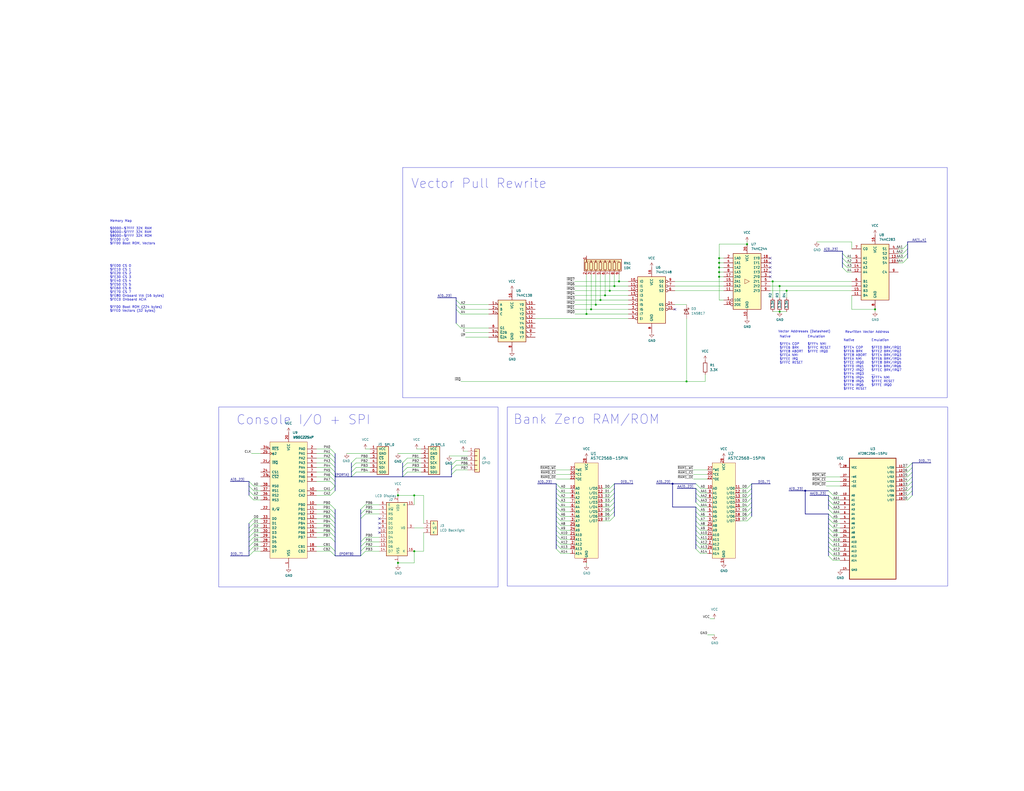
<source format=kicad_sch>
(kicad_sch (version 20231120) (generator "eeschema") (generator_version "8.0")
  (paper "C")
  (junction (at 226.06 270.51))
  (junction (at 421.64 153.67))
  (junction (at 392.43 143.51))
  (junction (at 217.17 270.51))
  (junction (at 325.12 166.37))
  (junction (at 367.03 264.16))
  (junction (at 425.45 170.18))
  (junction (at 407.67 133.35))
  (junction (at 439.42 267.97))
  (junction (at 226.06 300.99))
  (junction (at 330.2 161.29))
  (junction (at 337.82 153.67))
  (junction (at 217.17 307.34))
  (junction (at 322.58 168.91))
  (junction (at 374.65 208.28))
  (junction (at 429.26 158.75))
  (junction (at 320.04 171.45))
  (junction (at 335.28 156.21))
  (junction (at 425.45 156.21))
  (junction (at 392.43 148.59))
  (junction (at 392.43 146.05))
  (junction (at 392.43 151.13))
  (junction (at 392.43 140.97))
  (junction (at 327.66 163.83))
  (junction (at 477.52 168.91))
  (junction (at 332.74 158.75))
  (no_connect (at 420.37 140.97))
  (no_connect (at 420.37 143.51))
  (no_connect (at 420.37 151.13))
  (no_connect (at 207.01 285.75))
  (no_connect (at 420.37 146.05))
  (no_connect (at 207.01 290.83))
  (no_connect (at 207.01 288.29))
  (no_connect (at 207.01 283.21))
  (no_connect (at 420.37 148.59))
  (no_connect (at 368.3 168.91))
  (bus_entry (at 219.71 252.73) (size 2.54 -2.54))
  (bus_entry (at 182.88 285.75) (size -2.54 -2.54))
  (bus_entry (at 459.74 146.05) (size 2.54 2.54))
  (bus_entry (at 452.12 278.13) (size 2.54 2.54))
  (bus_entry (at 182.88 283.21) (size -2.54 -2.54))
  (bus_entry (at 303.53 281.94) (size 2.54 2.54))
  (bus_entry (at 379.73 294.64) (size 2.54 2.54))
  (bus_entry (at 303.53 274.32) (size 2.54 2.54))
  (bus_entry (at 135.89 293.37) (size 2.54 -2.54))
  (bus_entry (at 191.77 257.81) (size 2.54 -2.54))
  (bus_entry (at 497.84 267.97) (size -2.54 2.54))
  (bus_entry (at 379.73 276.86) (size 2.54 2.54))
  (bus_entry (at 495.3 140.97) (size -2.54 2.54))
  (bus_entry (at 303.53 287.02) (size 2.54 2.54))
  (bus_entry (at 379.73 289.56) (size 2.54 2.54))
  (bus_entry (at 135.89 288.29) (size 2.54 -2.54))
  (bus_entry (at 182.88 280.67) (size -2.54 -2.54))
  (bus_entry (at 182.88 255.27) (size -2.54 -2.54))
  (bus_entry (at 303.53 279.4) (size 2.54 2.54))
  (bus_entry (at 219.71 257.81) (size 2.54 -2.54))
  (bus_entry (at 379.73 287.02) (size 2.54 2.54))
  (bus_entry (at 303.53 297.18) (size 2.54 2.54))
  (bus_entry (at 410.21 271.78) (size -2.54 2.54))
  (bus_entry (at 196.85 283.21) (size 2.54 -2.54))
  (bus_entry (at 335.28 269.24) (size -2.54 2.54))
  (bus_entry (at 182.88 288.29) (size -2.54 -2.54))
  (bus_entry (at 410.21 269.24) (size -2.54 2.54))
  (bus_entry (at 182.88 300.99) (size -2.54 -2.54))
  (bus_entry (at 182.88 262.89) (size -2.54 -2.54))
  (bus_entry (at 135.89 295.91) (size 2.54 -2.54))
  (bus_entry (at 303.53 289.56) (size 2.54 2.54))
  (bus_entry (at 497.84 257.81) (size -2.54 2.54))
  (bus_entry (at 182.88 303.53) (size -2.54 -2.54))
  (bus_entry (at 135.89 303.53) (size 2.54 -2.54))
  (bus_entry (at 379.73 281.94) (size 2.54 2.54))
  (bus_entry (at 452.12 267.97) (size 2.54 2.54))
  (bus_entry (at 452.12 290.83) (size 2.54 2.54))
  (bus_entry (at 379.73 292.1) (size 2.54 2.54))
  (bus_entry (at 135.89 270.51) (size 2.54 2.54))
  (bus_entry (at 459.74 140.97) (size 2.54 2.54))
  (bus_entry (at 379.73 284.48) (size 2.54 2.54))
  (bus_entry (at 303.53 266.7) (size 2.54 2.54))
  (bus_entry (at 135.89 298.45) (size 2.54 -2.54))
  (bus_entry (at 497.84 270.51) (size -2.54 2.54))
  (bus_entry (at 303.53 292.1) (size 2.54 2.54))
  (bus_entry (at 335.28 279.4) (size -2.54 2.54))
  (bus_entry (at 196.85 298.45) (size 2.54 -2.54))
  (bus_entry (at 196.85 295.91) (size 2.54 -2.54))
  (bus_entry (at 497.84 262.89) (size -2.54 2.54))
  (bus_entry (at 182.88 290.83) (size -2.54 -2.54))
  (bus_entry (at 335.28 276.86) (size -2.54 2.54))
  (bus_entry (at 182.88 265.43) (size -2.54 2.54))
  (bus_entry (at 135.89 300.99) (size 2.54 -2.54))
  (bus_entry (at 379.73 264.16) (size 2.54 2.54))
  (bus_entry (at 135.89 265.43) (size 2.54 2.54))
  (bus_entry (at 459.74 143.51) (size 2.54 2.54))
  (bus_entry (at 379.73 269.24) (size 2.54 2.54))
  (bus_entry (at 219.71 255.27) (size 2.54 -2.54))
  (bus_entry (at 303.53 264.16) (size 2.54 2.54))
  (bus_entry (at 303.53 284.48) (size 2.54 2.54))
  (bus_entry (at 452.12 273.05) (size 2.54 2.54))
  (bus_entry (at 248.92 163.83) (size 2.54 2.54))
  (bus_entry (at 452.12 293.37) (size 2.54 2.54))
  (bus_entry (at 452.12 303.53) (size 2.54 2.54))
  (bus_entry (at 303.53 269.24) (size 2.54 2.54))
  (bus_entry (at 410.21 276.86) (size -2.54 2.54))
  (bus_entry (at 452.12 275.59) (size 2.54 2.54))
  (bus_entry (at 182.88 250.19) (size -2.54 -2.54))
  (bus_entry (at 303.53 299.72) (size 2.54 2.54))
  (bus_entry (at 182.88 293.37) (size -2.54 -2.54))
  (bus_entry (at 452.12 270.51) (size 2.54 2.54))
  (bus_entry (at 452.12 300.99) (size 2.54 2.54))
  (bus_entry (at 182.88 247.65) (size -2.54 -2.54))
  (bus_entry (at 303.53 271.78) (size 2.54 2.54))
  (bus_entry (at 335.28 264.16) (size -2.54 2.54))
  (bus_entry (at 452.12 298.45) (size 2.54 2.54))
  (bus_entry (at 135.89 267.97) (size 2.54 2.54))
  (bus_entry (at 182.88 260.35) (size -2.54 -2.54))
  (bus_entry (at 497.84 252.73) (size -2.54 2.54))
  (bus_entry (at 196.85 280.67) (size 2.54 -2.54))
  (bus_entry (at 248.92 176.53) (size 2.54 2.54))
  (bus_entry (at 410.21 266.7) (size -2.54 2.54))
  (bus_entry (at 335.28 266.7) (size -2.54 2.54))
  (bus_entry (at 495.3 138.43) (size -2.54 2.54))
  (bus_entry (at 379.73 274.32) (size 2.54 2.54))
  (bus_entry (at 182.88 295.91) (size -2.54 -2.54))
  (bus_entry (at 303.53 276.86) (size 2.54 2.54))
  (bus_entry (at 335.28 281.94) (size -2.54 2.54))
  (bus_entry (at 246.38 254) (size 2.54 -2.54))
  (bus_entry (at 246.38 259.08) (size 2.54 -2.54))
  (bus_entry (at 452.12 288.29) (size 2.54 2.54))
  (bus_entry (at 248.92 168.91) (size 2.54 2.54))
  (bus_entry (at 196.85 303.53) (size 2.54 -2.54))
  (bus_entry (at 182.88 267.97) (size -2.54 2.54))
  (bus_entry (at 495.3 135.89) (size -2.54 2.54))
  (bus_entry (at 379.73 271.78) (size 2.54 2.54))
  (bus_entry (at 182.88 278.13) (size -2.54 -2.54))
  (bus_entry (at 135.89 285.75) (size 2.54 -2.54))
  (bus_entry (at 335.28 271.78) (size -2.54 2.54))
  (bus_entry (at 410.21 281.94) (size -2.54 2.54))
  (bus_entry (at 497.84 265.43) (size -2.54 2.54))
  (bus_entry (at 459.74 138.43) (size 2.54 2.54))
  (bus_entry (at 191.77 260.35) (size 2.54 -2.54))
  (bus_entry (at 410.21 279.4) (size -2.54 2.54))
  (bus_entry (at 452.12 285.75) (size 2.54 2.54))
  (bus_entry (at 182.88 265.43) (size -2.54 -2.54))
  (bus_entry (at 246.38 256.54) (size 2.54 -2.54))
  (bus_entry (at 335.28 274.32) (size -2.54 2.54))
  (bus_entry (at 191.77 255.27) (size 2.54 -2.54))
  (bus_entry (at 196.85 300.99) (size 2.54 -2.54))
  (bus_entry (at 219.71 260.35) (size 2.54 -2.54))
  (bus_entry (at 379.73 279.4) (size 2.54 2.54))
  (bus_entry (at 452.12 295.91) (size 2.54 2.54))
  (bus_entry (at 191.77 252.73) (size 2.54 -2.54))
  (bus_entry (at 497.84 260.35) (size -2.54 2.54))
  (bus_entry (at 379.73 297.18) (size 2.54 2.54))
  (bus_entry (at 248.92 166.37) (size 2.54 2.54))
  (bus_entry (at 410.21 274.32) (size -2.54 2.54))
  (bus_entry (at 303.53 294.64) (size 2.54 2.54))
  (bus_entry (at 379.73 299.72) (size 2.54 2.54))
  (bus_entry (at 182.88 257.81) (size -2.54 -2.54))
  (bus_entry (at 379.73 266.7) (size 2.54 2.54))
  (bus_entry (at 495.3 133.35) (size -2.54 2.54))
  (bus_entry (at 452.12 280.67) (size 2.54 2.54))
  (bus_entry (at 135.89 262.89) (size 2.54 2.54))
  (bus_entry (at 135.89 290.83) (size 2.54 -2.54))
  (bus_entry (at 410.21 264.16) (size -2.54 2.54))
  (bus_entry (at 452.12 283.21) (size 2.54 2.54))
  (bus_entry (at 182.88 252.73) (size -2.54 -2.54))
  (bus_entry (at 497.84 255.27) (size -2.54 2.54))
  (bus_entry (at 196.85 278.13) (size 2.54 -2.54))
  (wire (pts (xy 313.69 158.75) (xy 332.74 158.75)))
  (bus (pts (xy 335.28 269.24) (xy 335.28 271.78)))
  (bus (pts (xy 182.88 300.99) (xy 182.88 295.91)))
  (bus (pts (xy 367.03 276.86) (xy 379.73 276.86)))
  (wire (pts (xy 207.01 300.99) (xy 199.39 300.99)))
  (wire (pts (xy 330.2 149.86) (xy 330.2 161.29)))
  (bus (pts (xy 219.71 255.27) (xy 219.71 252.73)))
  (wire (pts (xy 328.93 266.7) (xy 332.74 266.7)))
  (wire (pts (xy 194.31 252.73) (xy 201.93 252.73)))
  (bus (pts (xy 182.88 255.27) (xy 182.88 252.73)))
  (bus (pts (xy 182.88 260.35) (xy 191.77 260.35)))
  (wire (pts (xy 172.72 270.51) (xy 180.34 270.51)))
  (wire (pts (xy 425.45 156.21) (xy 464.82 156.21)))
  (wire (pts (xy 454.66 270.51) (xy 458.47 270.51)))
  (wire (pts (xy 306.07 299.72) (xy 311.15 299.72)))
  (bus (pts (xy 335.28 264.16) (xy 335.28 266.7)))
  (bus (pts (xy 452.12 300.99) (xy 452.12 303.53)))
  (wire (pts (xy 462.28 143.51) (xy 464.82 143.51)))
  (wire (pts (xy 199.39 293.37) (xy 207.01 293.37)))
  (wire (pts (xy 328.93 281.94) (xy 332.74 281.94)))
  (bus (pts (xy 182.88 260.35) (xy 182.88 257.81)))
  (wire (pts (xy 392.43 133.35) (xy 407.67 133.35)))
  (wire (pts (xy 138.43 293.37) (xy 142.24 293.37)))
  (wire (pts (xy 172.72 252.73) (xy 180.34 252.73)))
  (wire (pts (xy 328.93 284.48) (xy 332.74 284.48)))
  (wire (pts (xy 138.43 285.75) (xy 142.24 285.75)))
  (wire (pts (xy 492.76 138.43) (xy 490.22 138.43)))
  (wire (pts (xy 454.66 283.21) (xy 458.47 283.21)))
  (wire (pts (xy 382.27 284.48) (xy 386.08 284.48)))
  (bus (pts (xy 497.84 257.81) (xy 497.84 260.35)))
  (wire (pts (xy 429.26 158.75) (xy 429.26 162.56)))
  (wire (pts (xy 328.93 271.78) (xy 332.74 271.78)))
  (wire (pts (xy 454.66 275.59) (xy 458.47 275.59)))
  (wire (pts (xy 495.3 260.35) (xy 494.03 260.35)))
  (wire (pts (xy 226.06 300.99) (xy 226.06 307.34)))
  (bus (pts (xy 452.12 278.13) (xy 452.12 275.59)))
  (bus (pts (xy 303.53 297.18) (xy 303.53 299.72)))
  (wire (pts (xy 251.46 171.45) (xy 266.7 171.45)))
  (wire (pts (xy 425.45 170.18) (xy 429.26 170.18)))
  (wire (pts (xy 172.72 275.59) (xy 180.34 275.59)))
  (bus (pts (xy 430.53 267.97) (xy 439.42 267.97)))
  (wire (pts (xy 420.37 156.21) (xy 425.45 156.21)))
  (bus (pts (xy 182.88 285.75) (xy 182.88 283.21)))
  (bus (pts (xy 497.84 267.97) (xy 497.84 270.51)))
  (bus (pts (xy 497.84 262.89) (xy 497.84 265.43)))
  (wire (pts (xy 313.69 161.29) (xy 330.2 161.29)))
  (bus (pts (xy 135.89 300.99) (xy 135.89 298.45)))
  (wire (pts (xy 172.72 255.27) (xy 180.34 255.27)))
  (bus (pts (xy 182.88 295.91) (xy 182.88 293.37)))
  (wire (pts (xy 194.31 257.81) (xy 201.93 257.81)))
  (bus (pts (xy 379.73 281.94) (xy 379.73 279.4)))
  (bus (pts (xy 248.92 166.37) (xy 248.92 163.83)))
  (wire (pts (xy 248.92 251.46) (xy 255.27 251.46)))
  (bus (pts (xy 335.28 276.86) (xy 335.28 279.4)))
  (wire (pts (xy 254 181.61) (xy 266.7 181.61)))
  (wire (pts (xy 306.07 284.48) (xy 311.15 284.48)))
  (bus (pts (xy 196.85 283.21) (xy 196.85 295.91)))
  (wire (pts (xy 374.65 173.99) (xy 374.65 208.28)))
  (bus (pts (xy 182.88 283.21) (xy 182.88 280.67)))
  (wire (pts (xy 495.3 255.27) (xy 494.03 255.27)))
  (bus (pts (xy 135.89 295.91) (xy 135.89 293.37)))
  (wire (pts (xy 332.74 158.75) (xy 342.9 158.75)))
  (wire (pts (xy 138.43 270.51) (xy 142.24 270.51)))
  (bus (pts (xy 452.12 295.91) (xy 452.12 293.37)))
  (wire (pts (xy 374.65 208.28) (xy 384.81 208.28)))
  (bus (pts (xy 495.3 138.43) (xy 495.3 135.89)))
  (wire (pts (xy 138.43 288.29) (xy 142.24 288.29)))
  (wire (pts (xy 254 184.15) (xy 266.7 184.15)))
  (wire (pts (xy 477.52 170.18) (xy 477.52 168.91)))
  (bus (pts (xy 246.38 259.08) (xy 246.38 260.35)))
  (wire (pts (xy 313.69 171.45) (xy 320.04 171.45)))
  (bus (pts (xy 182.88 250.19) (xy 182.88 247.65)))
  (bus (pts (xy 303.53 294.64) (xy 303.53 292.1)))
  (wire (pts (xy 454.66 303.53) (xy 458.47 303.53)))
  (wire (pts (xy 231.14 288.29) (xy 226.06 288.29)))
  (wire (pts (xy 138.43 265.43) (xy 142.24 265.43)))
  (bus (pts (xy 219.71 260.35) (xy 219.71 257.81)))
  (wire (pts (xy 245.11 248.92) (xy 255.27 248.92)))
  (wire (pts (xy 207.01 275.59) (xy 199.39 275.59)))
  (bus (pts (xy 379.73 297.18) (xy 379.73 294.64)))
  (wire (pts (xy 421.64 153.67) (xy 421.64 162.56)))
  (wire (pts (xy 421.64 153.67) (xy 464.82 153.67)))
  (wire (pts (xy 222.25 255.27) (xy 229.87 255.27)))
  (bus (pts (xy 379.73 297.18) (xy 379.73 299.72)))
  (bus (pts (xy 439.42 267.97) (xy 452.12 267.97)))
  (bus (pts (xy 182.88 267.97) (xy 182.88 265.43)))
  (bus (pts (xy 248.92 168.91) (xy 248.92 166.37)))
  (wire (pts (xy 231.14 285.75) (xy 231.14 270.51)))
  (bus (pts (xy 191.77 260.35) (xy 191.77 257.81)))
  (wire (pts (xy 332.74 149.86) (xy 332.74 158.75)))
  (wire (pts (xy 337.82 149.86) (xy 337.82 153.67)))
  (wire (pts (xy 368.3 156.21) (xy 394.97 156.21)))
  (bus (pts (xy 135.89 293.37) (xy 135.89 290.83)))
  (wire (pts (xy 172.72 300.99) (xy 180.34 300.99)))
  (wire (pts (xy 306.07 276.86) (xy 311.15 276.86)))
  (bus (pts (xy 335.28 279.4) (xy 335.28 281.94)))
  (wire (pts (xy 454.66 280.67) (xy 458.47 280.67)))
  (wire (pts (xy 382.27 292.1) (xy 386.08 292.1)))
  (wire (pts (xy 172.72 260.35) (xy 180.34 260.35)))
  (wire (pts (xy 306.07 266.7) (xy 311.15 266.7)))
  (wire (pts (xy 462.28 146.05) (xy 464.82 146.05)))
  (wire (pts (xy 313.69 153.67) (xy 337.82 153.67)))
  (wire (pts (xy 337.82 153.67) (xy 342.9 153.67)))
  (bus (pts (xy 410.21 264.16) (xy 410.21 266.7)))
  (wire (pts (xy 495.3 257.81) (xy 494.03 257.81)))
  (wire (pts (xy 327.66 149.86) (xy 327.66 163.83)))
  (bus (pts (xy 303.53 287.02) (xy 303.53 284.48)))
  (wire (pts (xy 392.43 146.05) (xy 392.43 143.51)))
  (wire (pts (xy 368.3 158.75) (xy 394.97 158.75)))
  (bus (pts (xy 303.53 276.86) (xy 303.53 274.32)))
  (wire (pts (xy 368.3 166.37) (xy 374.65 166.37)))
  (bus (pts (xy 420.37 264.16) (xy 410.21 264.16)))
  (wire (pts (xy 378.46 259.08) (xy 386.08 259.08)))
  (wire (pts (xy 495.3 270.51) (xy 494.03 270.51)))
  (wire (pts (xy 392.43 148.59) (xy 392.43 151.13)))
  (wire (pts (xy 454.66 273.05) (xy 458.47 273.05)))
  (bus (pts (xy 303.53 274.32) (xy 303.53 271.78)))
  (wire (pts (xy 392.43 140.97) (xy 392.43 133.35)))
  (wire (pts (xy 189.23 247.65) (xy 201.93 247.65)))
  (bus (pts (xy 182.88 290.83) (xy 182.88 288.29)))
  (wire (pts (xy 172.72 267.97) (xy 180.34 267.97)))
  (wire (pts (xy 392.43 143.51) (xy 394.97 143.51)))
  (wire (pts (xy 454.66 293.37) (xy 458.47 293.37)))
  (wire (pts (xy 403.86 271.78) (xy 407.67 271.78)))
  (wire (pts (xy 392.43 151.13) (xy 392.43 163.83)))
  (wire (pts (xy 495.3 262.89) (xy 494.03 262.89)))
  (bus (pts (xy 135.89 298.45) (xy 135.89 295.91)))
  (wire (pts (xy 454.66 300.99) (xy 458.47 300.99)))
  (wire (pts (xy 445.77 132.08) (xy 464.82 132.08)))
  (bus (pts (xy 335.28 271.78) (xy 335.28 274.32)))
  (wire (pts (xy 328.93 276.86) (xy 332.74 276.86)))
  (wire (pts (xy 137.16 247.65) (xy 142.24 247.65)))
  (wire (pts (xy 328.93 269.24) (xy 332.74 269.24)))
  (wire (pts (xy 180.34 283.21) (xy 172.72 283.21)))
  (bus (pts (xy 441.96 270.51) (xy 452.12 270.51)))
  (wire (pts (xy 464.82 132.08) (xy 464.82 135.89)))
  (wire (pts (xy 172.72 293.37) (xy 180.34 293.37)))
  (wire (pts (xy 199.39 245.11) (xy 201.93 245.11)))
  (wire (pts (xy 313.69 166.37) (xy 325.12 166.37)))
  (bus (pts (xy 219.71 257.81) (xy 219.71 255.27)))
  (bus (pts (xy 459.74 137.16) (xy 459.74 138.43)))
  (wire (pts (xy 138.43 295.91) (xy 142.24 295.91)))
  (wire (pts (xy 320.04 171.45) (xy 342.9 171.45)))
  (wire (pts (xy 425.45 156.21) (xy 425.45 162.56)))
  (wire (pts (xy 392.43 143.51) (xy 392.43 140.97)))
  (wire (pts (xy 335.28 149.86) (xy 335.28 156.21)))
  (bus (pts (xy 135.89 288.29) (xy 135.89 285.75)))
  (bus (pts (xy 303.53 292.1) (xy 303.53 289.56)))
  (bus (pts (xy 497.84 252.73) (xy 497.84 255.27)))
  (wire (pts (xy 306.07 287.02) (xy 311.15 287.02)))
  (wire (pts (xy 306.07 279.4) (xy 311.15 279.4)))
  (bus (pts (xy 303.53 269.24) (xy 303.53 266.7)))
  (wire (pts (xy 382.27 271.78) (xy 386.08 271.78)))
  (wire (pts (xy 222.25 257.81) (xy 229.87 257.81)))
  (wire (pts (xy 313.69 168.91) (xy 322.58 168.91)))
  (wire (pts (xy 172.72 262.89) (xy 180.34 262.89)))
  (wire (pts (xy 386.08 346.71) (xy 389.89 346.71)))
  (bus (pts (xy 182.88 300.99) (xy 182.88 303.53)))
  (bus (pts (xy 495.3 140.97) (xy 495.3 138.43)))
  (bus (pts (xy 182.88 280.67) (xy 182.88 278.13)))
  (bus (pts (xy 452.12 290.83) (xy 452.12 288.29)))
  (bus (pts (xy 439.42 280.67) (xy 452.12 280.67)))
  (bus (pts (xy 497.84 265.43) (xy 497.84 267.97)))
  (bus (pts (xy 410.21 276.86) (xy 410.21 279.4)))
  (wire (pts (xy 226.06 307.34) (xy 217.17 307.34)))
  (wire (pts (xy 492.76 140.97) (xy 490.22 140.97)))
  (wire (pts (xy 454.66 298.45) (xy 458.47 298.45)))
  (wire (pts (xy 403.86 274.32) (xy 407.67 274.32)))
  (wire (pts (xy 172.72 250.19) (xy 180.34 250.19)))
  (bus (pts (xy 495.3 132.08) (xy 495.3 133.35)))
  (bus (pts (xy 303.53 271.78) (xy 303.53 269.24)))
  (wire (pts (xy 420.37 158.75) (xy 429.26 158.75)))
  (wire (pts (xy 251.46 168.91) (xy 266.7 168.91)))
  (bus (pts (xy 135.89 265.43) (xy 135.89 262.89)))
  (bus (pts (xy 495.3 133.35) (xy 495.3 135.89)))
  (wire (pts (xy 450.85 260.35) (xy 458.47 260.35)))
  (wire (pts (xy 462.28 148.59) (xy 464.82 148.59)))
  (wire (pts (xy 392.43 151.13) (xy 394.97 151.13)))
  (wire (pts (xy 306.07 271.78) (xy 311.15 271.78)))
  (wire (pts (xy 392.43 148.59) (xy 392.43 146.05)))
  (bus (pts (xy 459.74 138.43) (xy 459.74 140.97)))
  (wire (pts (xy 217.17 270.51) (xy 226.06 270.51)))
  (wire (pts (xy 325.12 149.86) (xy 325.12 166.37)))
  (wire (pts (xy 252.73 246.38) (xy 255.27 246.38)))
  (bus (pts (xy 452.12 288.29) (xy 452.12 285.75)))
  (bus (pts (xy 449.58 137.16) (xy 459.74 137.16)))
  (bus (pts (xy 497.84 255.27) (xy 497.84 257.81)))
  (bus (pts (xy 246.38 256.54) (xy 246.38 259.08)))
  (bus (pts (xy 379.73 289.56) (xy 379.73 287.02)))
  (bus (pts (xy 196.85 280.67) (xy 196.85 278.13)))
  (bus (pts (xy 410.21 271.78) (xy 410.21 274.32)))
  (wire (pts (xy 320.04 149.86) (xy 320.04 171.45)))
  (bus (pts (xy 191.77 255.27) (xy 191.77 252.73)))
  (wire (pts (xy 330.2 161.29) (xy 342.9 161.29)))
  (bus (pts (xy 135.89 303.53) (xy 135.89 300.99)))
  (wire (pts (xy 248.92 256.54) (xy 255.27 256.54)))
  (wire (pts (xy 306.07 269.24) (xy 311.15 269.24)))
  (bus (pts (xy 379.73 292.1) (xy 379.73 289.56)))
  (wire (pts (xy 138.43 267.97) (xy 142.24 267.97)))
  (bus (pts (xy 303.53 289.56) (xy 303.53 287.02)))
  (wire (pts (xy 378.46 261.62) (xy 386.08 261.62)))
  (wire (pts (xy 378.46 256.54) (xy 386.08 256.54)))
  (wire (pts (xy 387.35 337.82) (xy 389.89 337.82)))
  (bus (pts (xy 379.73 274.32) (xy 379.73 271.78)))
  (wire (pts (xy 303.53 259.08) (xy 311.15 259.08)))
  (bus (pts (xy 246.38 254) (xy 246.38 256.54)))
  (bus (pts (xy 410.21 266.7) (xy 410.21 269.24)))
  (wire (pts (xy 138.43 283.21) (xy 142.24 283.21)))
  (wire (pts (xy 217.17 308.61) (xy 217.17 307.34)))
  (bus (pts (xy 182.88 252.73) (xy 182.88 250.19)))
  (bus (pts (xy 335.28 266.7) (xy 335.28 269.24)))
  (wire (pts (xy 306.07 297.18) (xy 311.15 297.18)))
  (wire (pts (xy 392.43 148.59) (xy 394.97 148.59)))
  (wire (pts (xy 227.33 245.11) (xy 229.87 245.11)))
  (bus (pts (xy 410.21 269.24) (xy 410.21 271.78)))
  (wire (pts (xy 325.12 166.37) (xy 342.9 166.37)))
  (wire (pts (xy 194.31 250.19) (xy 201.93 250.19)))
  (wire (pts (xy 231.14 290.83) (xy 231.14 300.99)))
  (bus (pts (xy 497.84 260.35) (xy 497.84 262.89)))
  (wire (pts (xy 217.17 247.65) (xy 229.87 247.65)))
  (wire (pts (xy 306.07 289.56) (xy 311.15 289.56)))
  (wire (pts (xy 450.85 265.43) (xy 458.47 265.43)))
  (bus (pts (xy 196.85 300.99) (xy 196.85 303.53)))
  (wire (pts (xy 306.07 281.94) (xy 311.15 281.94)))
  (wire (pts (xy 403.86 281.94) (xy 407.67 281.94)))
  (wire (pts (xy 464.82 168.91) (xy 464.82 161.29)))
  (wire (pts (xy 392.43 146.05) (xy 394.97 146.05)))
  (bus (pts (xy 379.73 269.24) (xy 379.73 266.7)))
  (bus (pts (xy 135.89 270.51) (xy 135.89 267.97)))
  (bus (pts (xy 452.12 273.05) (xy 452.12 270.51)))
  (bus (pts (xy 248.92 168.91) (xy 248.92 176.53)))
  (wire (pts (xy 320.04 308.61) (xy 320.04 307.34)))
  (bus (pts (xy 410.21 279.4) (xy 410.21 281.94)))
  (wire (pts (xy 306.07 274.32) (xy 311.15 274.32)))
  (wire (pts (xy 222.25 252.73) (xy 229.87 252.73)))
  (wire (pts (xy 207.01 278.13) (xy 199.39 278.13)))
  (wire (pts (xy 313.69 156.21) (xy 335.28 156.21)))
  (wire (pts (xy 429.26 158.75) (xy 464.82 158.75)))
  (wire (pts (xy 421.64 170.18) (xy 425.45 170.18)))
  (bus (pts (xy 452.12 298.45) (xy 452.12 295.91)))
  (wire (pts (xy 172.72 298.45) (xy 180.34 298.45)))
  (wire (pts (xy 303.53 261.62) (xy 311.15 261.62)))
  (wire (pts (xy 180.34 278.13) (xy 172.72 278.13)))
  (bus (pts (xy 508 252.73) (xy 497.84 252.73)))
  (wire (pts (xy 454.66 278.13) (xy 458.47 278.13)))
  (wire (pts (xy 226.06 275.59) (xy 226.06 270.51)))
  (wire (pts (xy 368.3 153.67) (xy 394.97 153.67)))
  (bus (pts (xy 505.46 132.08) (xy 495.3 132.08)))
  (wire (pts (xy 392.43 140.97) (xy 394.97 140.97)))
  (wire (pts (xy 194.31 255.27) (xy 201.93 255.27)))
  (wire (pts (xy 172.72 285.75) (xy 180.34 285.75)))
  (wire (pts (xy 454.66 288.29) (xy 458.47 288.29)))
  (wire (pts (xy 226.06 270.51) (xy 231.14 270.51)))
  (wire (pts (xy 306.07 302.26) (xy 311.15 302.26)))
  (wire (pts (xy 382.27 297.18) (xy 386.08 297.18)))
  (wire (pts (xy 251.46 179.07) (xy 266.7 179.07)))
  (wire (pts (xy 172.72 280.67) (xy 180.34 280.67)))
  (wire (pts (xy 382.27 299.72) (xy 386.08 299.72)))
  (wire (pts (xy 403.86 284.48) (xy 407.67 284.48)))
  (bus (pts (xy 379.73 279.4) (xy 379.73 276.86)))
  (wire (pts (xy 454.66 285.75) (xy 458.47 285.75)))
  (wire (pts (xy 382.27 279.4) (xy 386.08 279.4)))
  (wire (pts (xy 382.27 289.56) (xy 386.08 289.56)))
  (bus (pts (xy 191.77 257.81) (xy 191.77 255.27)))
  (wire (pts (xy 420.37 153.67) (xy 421.64 153.67)))
  (wire (pts (xy 251.46 208.28) (xy 374.65 208.28)))
  (wire (pts (xy 251.46 166.37) (xy 266.7 166.37)))
  (wire (pts (xy 172.72 245.11) (xy 180.34 245.11)))
  (bus (pts (xy 135.89 267.97) (xy 135.89 265.43)))
  (wire (pts (xy 172.72 288.29) (xy 180.34 288.29)))
  (wire (pts (xy 382.27 266.7) (xy 386.08 266.7)))
  (wire (pts (xy 403.86 269.24) (xy 407.67 269.24)))
  (bus (pts (xy 358.14 264.16) (xy 367.03 264.16)))
  (bus (pts (xy 125.73 303.53) (xy 135.89 303.53)))
  (wire (pts (xy 172.72 290.83) (xy 180.34 290.83)))
  (wire (pts (xy 248.92 254) (xy 255.27 254)))
  (wire (pts (xy 138.43 300.99) (xy 142.24 300.99)))
  (wire (pts (xy 462.28 140.97) (xy 464.82 140.97)))
  (bus (pts (xy 452.12 275.59) (xy 452.12 273.05)))
  (wire (pts (xy 454.66 295.91) (xy 458.47 295.91)))
  (bus (pts (xy 135.89 290.83) (xy 135.89 288.29)))
  (bus (pts (xy 303.53 279.4) (xy 303.53 276.86)))
  (bus (pts (xy 303.53 266.7) (xy 303.53 264.16)))
  (wire (pts (xy 495.3 273.05) (xy 494.03 273.05)))
  (wire (pts (xy 199.39 298.45) (xy 207.01 298.45)))
  (bus (pts (xy 303.53 297.18) (xy 303.53 294.64)))
  (wire (pts (xy 403.86 266.7) (xy 407.67 266.7)))
  (bus (pts (xy 182.88 255.27) (xy 182.88 257.81)))
  (wire (pts (xy 403.86 279.4) (xy 407.67 279.4)))
  (wire (pts (xy 495.3 265.43) (xy 494.03 265.43)))
  (wire (pts (xy 231.14 300.99) (xy 226.06 300.99)))
  (bus (pts (xy 196.85 298.45) (xy 196.85 300.99)))
  (wire (pts (xy 138.43 273.05) (xy 142.24 273.05)))
  (bus (pts (xy 182.88 265.43) (xy 182.88 262.89)))
  (wire (pts (xy 207.01 280.67) (xy 199.39 280.67)))
  (bus (pts (xy 191.77 260.35) (xy 219.71 260.35)))
  (wire (pts (xy 328.93 274.32) (xy 332.74 274.32)))
  (wire (pts (xy 382.27 287.02) (xy 386.08 287.02)))
  (wire (pts (xy 407.67 132.08) (xy 407.67 133.35)))
  (wire (pts (xy 292.1 173.99) (xy 342.9 173.99)))
  (wire (pts (xy 322.58 168.91) (xy 342.9 168.91)))
  (wire (pts (xy 172.72 257.81) (xy 180.34 257.81)))
  (bus (pts (xy 379.73 271.78) (xy 379.73 269.24)))
  (wire (pts (xy 492.76 143.51) (xy 490.22 143.51)))
  (bus (pts (xy 379.73 287.02) (xy 379.73 284.48)))
  (bus (pts (xy 452.12 283.21) (xy 452.12 280.67)))
  (wire (pts (xy 382.27 302.26) (xy 386.08 302.26)))
  (bus (pts (xy 379.73 294.64) (xy 379.73 292.1)))
  (wire (pts (xy 172.72 247.65) (xy 180.34 247.65)))
  (wire (pts (xy 495.3 267.97) (xy 494.03 267.97)))
  (bus (pts (xy 379.73 284.48) (xy 379.73 281.94)))
  (bus (pts (xy 367.03 264.16) (xy 379.73 264.16)))
  (wire (pts (xy 382.27 294.64) (xy 386.08 294.64)))
  (bus (pts (xy 335.28 274.32) (xy 335.28 276.86)))
  (wire (pts (xy 382.27 274.32) (xy 386.08 274.32)))
  (wire (pts (xy 492.76 135.89) (xy 490.22 135.89)))
  (wire (pts (xy 335.28 156.21) (xy 342.9 156.21)))
  (wire (pts (xy 384.81 204.47) (xy 384.81 208.28)))
  (bus (pts (xy 367.03 264.16) (xy 367.03 276.86)))
  (bus (pts (xy 219.71 260.35) (xy 246.38 260.35)))
  (wire (pts (xy 217.17 269.24) (xy 217.17 270.51)))
  (wire (pts (xy 138.43 298.45) (xy 142.24 298.45)))
  (bus (pts (xy 293.37 264.16) (xy 303.53 264.16)))
  (bus (pts (xy 182.88 293.37) (xy 182.88 290.83)))
  (wire (pts (xy 477.52 168.91) (xy 464.82 168.91)))
  (wire (pts (xy 207.01 295.91) (xy 199.39 295.91)))
  (bus (pts (xy 452.12 300.99) (xy 452.12 298.45)))
  (bus (pts (xy 459.74 143.51) (xy 459.74 140.97)))
  (wire (pts (xy 382.27 269.24) (xy 386.08 269.24)))
  (bus (pts (xy 459.74 146.05) (xy 459.74 143.51)))
  (bus (pts (xy 410.21 274.32) (xy 410.21 276.86)))
  (wire (pts (xy 327.66 163.83) (xy 342.9 163.83)))
  (wire (pts (xy 222.25 250.19) (xy 229.87 250.19)))
  (bus (pts (xy 303.53 284.48) (xy 303.53 281.94)))
  (wire (pts (xy 138.43 290.83) (xy 142.24 290.83)))
  (wire (pts (xy 454.66 290.83) (xy 458.47 290.83)))
  (bus (pts (xy 452.12 293.37) (xy 452.12 290.83)))
  (bus (pts (xy 182.88 288.29) (xy 182.88 285.75)))
  (bus (pts (xy 248.92 162.56) (xy 248.92 163.83)))
  (wire (pts (xy 313.69 163.83) (xy 327.66 163.83)))
  (wire (pts (xy 322.58 149.86) (xy 322.58 168.91)))
  (bus (pts (xy 182.88 303.53) (xy 196.85 303.53)))
  (bus (pts (xy 345.44 264.16) (xy 335.28 264.16)))
  (wire (pts (xy 382.27 276.86) (xy 386.08 276.86)))
  (bus (pts (xy 369.57 266.7) (xy 379.73 266.7)))
  (bus (pts (xy 196.85 280.67) (xy 196.85 283.21)))
  (wire (pts (xy 306.07 292.1) (xy 311.15 292.1)))
  (wire (pts (xy 382.27 281.94) (xy 386.08 281.94)))
  (bus (pts (xy 238.76 162.56) (xy 248.92 162.56)))
  (wire (pts (xy 403.86 276.86) (xy 407.67 276.86)))
  (bus (pts (xy 125.73 262.89) (xy 135.89 262.89)))
  (bus (pts (xy 196.85 295.91) (xy 196.85 298.45)))
  (wire (pts (xy 450.85 262.89) (xy 458.47 262.89)))
  (wire (pts (xy 394.97 163.83) (xy 392.43 163.83)))
  (wire (pts (xy 328.93 279.4) (xy 332.74 279.4)))
  (bus (pts (xy 303.53 281.94) (xy 303.53 279.4)))
  (wire (pts (xy 306.07 294.64) (xy 311.15 294.64)))
  (wire (pts (xy 303.53 256.54) (xy 311.15 256.54)))
  (wire (pts (xy 454.66 306.07) (xy 458.47 306.07)))
  (bus (pts (xy 439.42 267.97) (xy 439.42 280.67)))
  (bus (pts (xy 452.12 285.75) (xy 452.12 283.21)))
  (bus (pts (xy 182.88 262.89) (xy 182.88 260.35)))
  (rectangle (start 119.38 222.25) (end 271.78 320.548))
  (rectangle (start 276.86 222.25) (end 517.144 320.04))
  (rectangle (start 219.71 91.44) (end 516.89 217.17))
  (text "Emulation\n\n$FFF4 NMI\n$FFFC RESET\n$FFFE IRQ0\n" (at 440.69 187.96 0) (effects (font (size 1.27 1.27)) (justify left)))
  (text "Emulation\n\n$FFE0 BRK/IRQ1\n$FFE2 BRK/IRQ2\n$FFE4 BRK/IRQ3\n$FFE6 BRK/IRQ4\n$FFE8 BRK/IRQ5\n$FFEA BRK/IRQ6\n$FFEC BRK/IRQ7\n...\n$FFF4 NMI\n$FFFC RESET\n$FFFE IRQ0\n" (at 475.488 198.12 0) (effects (font (size 1.27 1.27)) (justify left)))
  (text "Vector Pull Rewrite" (at 261.366 100.33 0) (effects (font (size 5.08 5.08))))
  (text "Rewritten Vector Address" (at 473.202 181.356 0) (effects (font (size 1.27 1.27))))
  (text "Native\n\n$FFE4 COP\n$FFE6 BRK\n$FFE8 ABORT\n$FFEA NMI\n$FFEE IRQ0\n$FFF0 IRQ1\n$FFF2 IRQ2\n$FFF4 IRQ3\n$FFF6 IRQ4\n$FFF8 IRQ5\n$FFFA IRQ6\n$FFFC RESET" (at 460.248 199.136 0) (effects (font (size 1.27 1.27)) (justify left)))
  (text "Console I/O + SPI" (at 165.608 229.362 0) (effects (font (size 5.08 5.08))))
  (text "Bank Zero RAM/ROM" (at 320.04 229.108 0) (effects (font (size 5.08 5.08))))
  (text "Native\n\n$FFE4 COP\n$FFE6 BRK\n$FFE8 ABORT\n$FFEA NMI\n$FFEE IRQ\n$FFFC RESET" (at 425.45 191.008 0) (effects (font (size 1.27 1.27)) (justify left)))
  (text "Vector Addresses (Datasheet)" (at 438.912 181.102 0) (effects (font (size 1.27 1.27))))
  (text "Memory Map\n\n$0000-$7FFF 32K RAM\n$8000-$FFFF 32K RAM\n$8000-$FFFF 32K ROM\n$FE00 I/O\n$FF00 Boot ROM, Vectors\n\n\n\n\n\n$FE00 CS 0\n$FE10 CS 1\n$FE20 CS 2\n$FE30 CS 3\n$FE40 CS 4\n$FE50 CS 5\n$FE60 CS 6\n$FE70 CS 7\n$FE80 Onboard VIA (16 bytes)\n$FEC0 Onboard ACIA\n\n$FF00 Boot ROM (224 bytes)\n$FFE0 Vectors (32 bytes)" (at 59.944 145.288 0) (effects (font (size 1.27 1.27)) (justify left)))
  (label "PA4" (at 180.34 255.27 180))
  (label "PB3" (at 224.79 255.27 0))
  (label "D3" (at 407.67 274.32 180))
  (label "~{RAM0_CE}" (at 303.53 259.08 180))
  (label "A12" (at 454.66 300.99 0))
  (label "~{RAM1_OE}" (at 378.46 261.62 180))
  (label "~{RAM0_WE}" (at 303.53 256.54 180))
  (label "D3" (at 495.3 265.43 180))
  (label "A4" (at 251.46 171.45 0))
  (label "PB1" (at 224.79 250.19 0))
  (label "A10" (at 454.66 295.91 0))
  (label "AA4" (at 454.66 280.67 0))
  (label "A9" (at 454.66 293.37 0))
  (label "PB5" (at 199.39 278.13 0))
  (label "CA2" (at 180.34 270.51 180))
  (label "PB6" (at 251.46 254 0))
  (label "~{IRQ2}" (at 313.69 166.37 180))
  (label "A1" (at 251.46 179.07 0))
  (label "AA2" (at 492.76 138.43 180))
  (label "CLK" (at 137.16 247.65 180))
  (label "PB4" (at 196.85 257.81 0))
  (label "A[0..23]" (at 125.73 262.89 0))
  (label "A1" (at 138.43 267.97 0))
  (label "D5" (at 332.74 279.4 180))
  (label "GND" (at 386.08 346.71 180))
  (label "PB0" (at 180.34 275.59 180))
  (label "A1" (at 306.07 269.24 0))
  (label "PB1" (at 180.34 278.13 180))
  (label "~{ROM_WE}" (at 450.85 260.35 180))
  (label "PB4" (at 224.79 257.81 0))
  (label "D[0..7]" (at 125.73 303.53 0))
  (label "~{ROM_OE}" (at 450.85 265.43 180))
  (label "A[0..23]" (at 430.53 267.97 0))
  (label "AA4" (at 382.27 276.86 0))
  (label "AA1" (at 382.27 269.24 0))
  (label "A13" (at 382.27 299.72 0))
  (label "PB4" (at 199.39 280.67 0))
  (label "A11" (at 454.66 298.45 0))
  (label "AA[0..23]" (at 441.96 270.51 0))
  (label "A6" (at 382.27 281.94 0))
  (label "A5" (at 306.07 279.4 0))
  (label "A[0..23]" (at 358.14 264.16 0))
  (label "PB6" (at 180.34 290.83 180))
  (label "PA7" (at 180.34 262.89 180))
  (label "D2" (at 407.67 271.78 180))
  (label "A6" (at 454.66 285.75 0))
  (label "A9" (at 382.27 289.56 0))
  (label "A13" (at 306.07 299.72 0))
  (label "D2" (at 332.74 271.78 180))
  (label "D5" (at 495.3 260.35 180))
  (label "A11" (at 382.27 294.64 0))
  (label "PB4" (at 180.34 285.75 180))
  (label "A0" (at 138.43 265.43 0))
  (label "A2" (at 462.28 143.51 0))
  (label "D6" (at 332.74 281.94 180))
  (label "A10" (at 382.27 292.1 0))
  (label "~{RAM0_OE}" (at 303.53 261.62 180))
  (label "AA2" (at 454.66 275.59 0))
  (label "PB2" (at 199.39 298.45 0))
  (label "D0" (at 332.74 266.7 180))
  (label "A[0..23]" (at 238.76 162.56 0))
  (label "D7" (at 138.43 300.99 0))
  (label "PB7" (at 251.46 256.54 0))
  (label "D3" (at 138.43 290.83 0))
  (label "A12" (at 306.07 297.18 0))
  (label "A3" (at 138.43 273.05 0))
  (label "PA2" (at 180.34 250.19 180))
  (label "D2" (at 495.3 267.97 180))
  (label "A11" (at 306.07 294.64 0))
  (label "PB3" (at 196.85 255.27 0))
  (label "D7" (at 495.3 255.27 180))
  (label "D1" (at 407.67 269.24 180))
  (label "A9" (at 306.07 289.56 0))
  (label "~{IRQ5}" (at 313.69 158.75 180))
  (label "PB0" (at 196.85 250.19 0))
  (label "AA3" (at 492.76 140.97 180))
  (label "~{RAM1_WE}" (at 378.46 256.54 180))
  (label "~{ROM_CE}" (at 450.85 262.89 180))
  (label "PA1" (at 180.34 247.65 180))
  (label "A3" (at 462.28 146.05 0))
  (label "AA1" (at 454.66 273.05 0))
  (label "D4" (at 332.74 276.86 180))
  (label "PB7" (at 180.34 293.37 180))
  (label "D5" (at 407.67 279.4 180))
  (label "AA3" (at 454.66 278.13 0))
  (label "D4" (at 138.43 293.37 0))
  (label "PB6" (at 199.39 275.59 0))
  (label "A8" (at 382.27 287.02 0))
  (label "A12" (at 382.27 297.18 0))
  (label "D0" (at 138.43 283.21 0))
  (label "A[0..23]" (at 293.37 264.16 0))
  (label "E" (at 254 181.61 180))
  (label "~{IRQ6}" (at 313.69 156.21 180))
  (label "D6" (at 495.3 257.81 180))
  (label "A5" (at 382.27 279.4 0))
  (label "PB2" (at 224.79 252.73 0))
  (label "A3" (at 251.46 168.91 0))
  (label "A0" (at 382.27 266.7 0))
  (label "D6" (at 138.43 298.45 0))
  (label "A14" (at 454.66 306.07 0))
  (label "~{IRQ0}" (at 313.69 171.45 180))
  (label "AA2" (at 382.27 271.78 0))
  (label "A6" (at 306.07 281.94 0))
  (label "A14" (at 306.07 302.26 0))
  (label "D[0..7]" (at 345.44 264.16 180))
  (label "CB1" (at 180.34 298.45 180))
  (label "A4" (at 462.28 148.59 0))
  (label "D1" (at 138.43 285.75 0))
  (label "PB3" (at 180.34 283.21 180))
  (label "AA3" (at 382.27 274.32 0))
  (label "D4" (at 407.67 276.86 180))
  (label "AA[0..23]" (at 369.57 266.7 0))
  (label "PB0" (at 199.39 293.37 0))
  (label "~{IRQ3}" (at 313.69 163.83 180))
  (label "D1" (at 332.74 269.24 180))
  (label "CA1" (at 180.34 267.97 180))
  (label "D[0..7]" (at 420.37 264.16 180))
  (label "A7" (at 382.27 284.48 0))
  (label "A2" (at 138.43 270.51 0))
  (label "AA1" (at 492.76 135.89 180))
  (label "A8" (at 454.66 290.83 0))
  (label "A7" (at 454.66 288.29 0))
  (label "CB2" (at 180.34 300.99 180))
  (label "D4" (at 495.3 262.89 180))
  (label "{PORTA}" (at 190.5 260.35 180))
  (label "D7" (at 332.74 284.48 180))
  (label "D0" (at 495.3 273.05 180))
  (label "~{IRQ4}" (at 313.69 161.29 180))
  (label "PB5" (at 180.34 288.29 180))
  (label "PB1" (at 199.39 295.91 0))
  (label "D7" (at 407.67 284.48 180))
  (label "A13" (at 454.66 303.53 0))
  (label "A3" (at 306.07 274.32 0))
  (label "A8" (at 306.07 287.02 0))
  (label "D6" (at 407.67 281.94 180))
  (label "~{RAM1_CE}" (at 378.46 259.08 180))
  (label "PB2" (at 180.34 280.67 180))
  (label "A[0..23]" (at 449.58 137.16 0))
  (label "~{IRQ}" (at 251.46 208.28 180))
  (label "PB5" (at 251.46 251.46 0))
  (label "AA4" (at 492.76 143.51 180))
  (label "PB3" (at 199.39 300.99 0))
  (label "D[0..7]" (at 508 252.73 180))
  (label "D2" (at 138.43 288.29 0))
  (label "A2" (at 251.46 166.37 0))
  (label "VCC" (at 387.35 337.82 180))
  (label "A0" (at 454.66 270.51 0))
  (label "PB2" (at 196.85 252.73 0))
  (label "PA5" (at 180.34 257.81 180))
  (label "AA[1..4]" (at 505.46 132.08 180))
  (label "A2" (at 306.07 271.78 0))
  (label "PA6" (at 180.34 260.35 180))
  (label "D3" (at 332.74 274.32 180))
  (label "~{IRQ1}" (at 313.69 168.91 180))
  (label "D0" (at 407.67 266.7 180))
  (label "A4" (at 306.07 276.86 0))
  (label "A5" (at 454.66 283.21 0))
  (label "PA0" (at 180.34 245.11 180))
  (label "A0" (at 306.07 266.7 0))
  (label "D5" (at 138.43 295.91 0))
  (label "A14" (at 382.27 302.26 0))
  (label "A10" (at 306.07 292.1 0))
  (label "~{IRQ7}" (at 313.69 153.67 180))
  (label "~{VP}" (at 254 184.15 180))
  (label "PA3" (at 180.34 252.73 180))
  (label "A7" (at 306.07 284.48 0))
  (label "D1" (at 495.3 270.51 180))
  (label "{PORTB}" (at 193.04 303.53 180))
  (label "A1" (at 462.28 140.97 0))
  (symbol (lib_id "power:VCC") (at 252.73 246.38 0) (unit 1)
    (property "Reference" "#PWR031" (effects (hide yes)))
    (property "Value" "VCC" (at 252.73 241.3 0))
    (property "Description" "Power symbol creates a global label with name \"VCC\"" (effects (hide yes)))
  )
  (symbol (lib_id "power:GND") (at 217.17 247.65 0) (unit 1)
    (property "Reference" "#PWR028" (effects (hide yes)))
    (property "Value" "GND" (at 217.17 251.968 0))
  )
  (symbol (lib_id "BB816-MATX-PCIE:74HC138") (at 279.4 173.99 0) (unit 1)
    (property "Reference" "U5" (at 281.5941 158.75 0) (effects (justify left)))
    (property "Value" "74HC138" (at 281.5941 161.29 0) (effects (justify left)))
    (property "Footprint" "Package_DIP:DIP-16_W7.62mm_Socket" (effects (hide yes)))
    (property "Datasheet" "https://www.ti.com/lit/ds/symlink/cd74hc138.pdf" (effects (hide yes)))
    (property "Description" "Decoder 3 to 8 active low outputs" (effects (hide yes)))
  )
  (symbol (lib_id "power:GND") (at 394.97 307.34 0) (unit 1)
    (property "Reference" "#PWR03" (effects (hide yes)))
    (property "Value" "GND" (at 395.097 311.7342 0))
  )
  (symbol (lib_id "Device:R") (at 429.26 166.37 0) (unit 1)
    (property "Reference" "R4" (at 427.99 162.56 90) (effects (justify left)))
    (property "Value" "3.3K" (at 429.26 168.402 90) (effects (justify left)))
    (property "Description" "Resistor" (effects (hide yes)))
  )
  (symbol (lib_id "Device:R") (at 425.45 166.37 0) (unit 1)
    (property "Reference" "R3" (at 424.18 162.56 90) (effects (justify left)))
    (property "Value" "3.3K" (at 425.45 168.402 90) (effects (justify left)))
    (property "Description" "Resistor" (effects (hide yes)))
  )
  (symbol (lib_id "power:VCC") (at 199.39 245.11 0) (unit 1)
    (property "Reference" "#PWR022" (effects (hide yes)))
    (property "Value" "VCC" (at 199.39 240.03 0))
    (property "Description" "Power symbol creates a global label with name \"VCC\"" (effects (hide yes)))
  )
  (symbol (lib_id "power:VCC") (at 355.6 146.05 0) (unit 1)
    (property "Reference" "#PWR015" (effects (hide yes)))
    (property "Value" "VCC" (at 355.6 140.97 0))
    (property "Description" "Power symbol creates a global label with name \"VCC\"" (effects (hide yes)))
  )
  (symbol (lib_id "power:VCC") (at 389.89 337.82 0) (unit 1)
    (property "Reference" "#PWR06" (effects (hide yes)))
    (property "Value" "VCC" (at 389.89 332.74 0))
    (property "Description" "Power symbol creates a global label with name \"VCC\"" (effects (hide yes)))
  )
  (symbol (lib_id "BB816-MATX-PCIE:74HC244") (at 407.67 153.67 0) (unit 1)
    (property "Reference" "U7" (at 409.8641 133.35 0) (effects (justify left)))
    (property "Value" "74HC244" (at 409.8641 135.89 0) (effects (justify left)))
    (property "Footprint" "Package_DIP:DIP-20_W7.62mm_Socket" (effects (hide yes)))
    (property "Datasheet" "https://assets.nexperia.com/documents/data-sheet/74HC_HCT244.pdf" (effects (hide yes)))
    (property "Description" "8-bit Buffer/Line Driver 3-state" (effects (hide yes)))
  )
  (symbol (lib_id "power:GND") (at 320.04 308.61 0) (unit 1)
    (property "Reference" "#PWR02" (effects (hide yes)))
    (property "Value" "GND" (at 320.167 313.0042 0))
  )
  (symbol (lib_id "BB816-MATX-PCIE:SPI_Header") (at 201.93 245.11 0) (unit 1)
    (property "Reference" "J1" (at 206.248 242.57 0) (effects (justify left)))
    (property "Value" "SPI_0" (at 209.804 242.824 0) (effects (justify left)))
    (property "Footprint" "Connector_PinHeader_2.54mm:PinHeader_1x06_P2.54mm_Horizontal" (effects (hide yes)))
    (property "Description" "SPI Header" (effects (hide yes)))
  )
  (symbol (lib_id "BB816-MATX-PCIE:AS7C256B-15PIN") (at 394.97 276.86 0) (unit 1)
    (property "Reference" "U2" (at 397.1641 247.65 0) (effects (font (size 1.524 1.524)) (justify left)))
    (property "Value" "AS7C256B-15PIN" (at 397.1641 250.19 0) (effects (font (size 1.524 1.524)) (justify left)))
    (property "Footprint" "PDIP-28_MIL300_ALL" (effects (hide yes)))
    (property "Datasheet" "https://www.alliancememory.com/wp-content/uploads/pdf/sram/fa/AllianceMemory_256K_FastSRAM_AS7C256B_November2020_v2_0.pdf" (effects (hide yes)))
  )
  (symbol (lib_id "power:VCC") (at 227.33 245.11 0) (unit 1)
    (property "Reference" "#PWR029" (effects (hide yes)))
    (property "Value" "VCC" (at 227.33 240.03 0))
    (property "Description" "Power symbol creates a global label with name \"VCC\"" (effects (hide yes)))
  )
  (symbol (lib_id "power:GND") (at 445.77 132.08 0) (unit 1)
    (property "Reference" "#PWR020" (effects (hide yes)))
    (property "Value" "GND" (at 445.897 136.4742 0))
  )
  (symbol (lib_id "power:VCC") (at 157.48 236.22 0) (unit 1)
    (property "Reference" "#PWR025" (effects (hide yes)))
    (property "Value" "VCC" (at 157.48 231.14 0))
    (property "Description" "Power symbol creates a global label with name \"VCC\"" (effects (hide yes)))
  )
  (symbol (lib_id "power:VCC") (at 458.47 255.27 0) (unit 1)
    (property "Reference" "#PWR09" (effects (hide yes)))
    (property "Value" "VCC" (at 458.47 250.19 0))
    (property "Description" "Power symbol creates a global label with name \"VCC\"" (effects (hide yes)))
  )
  (symbol (lib_id "power:GND") (at 425.45 170.18 0) (unit 1)
    (property "Reference" "#PWR019" (effects (hide yes)))
    (property "Value" "GND" (at 425.577 174.5742 0))
  )
  (symbol (lib_id "Device:R") (at 421.64 166.37 0) (unit 1)
    (property "Reference" "R2" (at 420.37 162.56 90) (effects (justify left)))
    (property "Value" "3.3K" (at 421.64 168.402 90) (effects (justify left)))
    (property "Description" "Resistor" (effects (hide yes)))
  )
  (symbol (lib_id "power:VCC") (at 320.04 250.19 0) (unit 1)
    (property "Reference" "#PWR07" (effects (hide yes)))
    (property "Value" "VCC" (at 320.04 245.11 0))
    (property "Description" "Power symbol creates a global label with name \"VCC\"" (effects (hide yes)))
  )
  (symbol (lib_id "power:VCC") (at 279.4 158.75 0) (unit 1)
    (property "Reference" "#PWR014" (effects (hide yes)))
    (property "Value" "VCC" (at 279.4 153.67 0))
    (property "Description" "Power symbol creates a global label with name \"VCC\"" (effects (hide yes)))
  )
  (symbol (lib_id "power:GND") (at 189.23 247.65 0) (unit 1)
    (property "Reference" "#PWR024" (effects (hide yes)))
    (property "Value" "GND" (at 188.976 251.714 0))
  )
  (symbol (lib_id "BB816:W65C22SxP") (at 157.48 273.05 0) (unit 1)
    (property "Reference" "U9" (at 159.6741 236.22 0) (effects (justify left)))
    (property "Value" "W65C22SxP" (at 159.6741 238.76 0) (effects (font (bold yes) (italic yes)) (justify left)))
    (property "Footprint" "Package_DIP:DIP-40_W15.24mm_Socket" (effects (hide yes)))
    (property "Datasheet" "http://www.westerndesigncenter.com/wdc/documentation/w65c22.pdf" (effects (hide yes)))
    (property "Description" "W65C22S CMOS Versatile Interface Adapter (VIA), 20-pin I/O, 2 Timer/Counters, DIP-40" (effects (hide yes)))
  )
  (symbol (lib_id "power:GND") (at 245.11 248.92 0) (unit 1)
    (property "Reference" "#PWR030" (effects (hide yes)))
    (property "Value" "GND" (at 244.856 252.984 0))
  )
  (symbol (lib_id "BB816-MATX-PCIE:LCD_Backlight_Header") (at 236.22 288.29 0) (unit 1)
    (property "Reference" "J3" (at 240.03 287.0199 0) (effects (justify left)))
    (property "Value" "LCD Backlight" (at 240.03 289.5599 0) (effects (justify left)))
    (property "Footprint" "Connector_PinHeader_2.54mm:PinHeader_1x03_P2.54mm_Horizontal" (effects (hide yes)))
    (property "Description" "LCD_Backlight_Header" (effects (hide yes)))
  )
  (symbol (lib_id "BB816-MATX-PCIE:74HC283") (at 477.52 148.59 0) (unit 1)
    (property "Reference" "U8" (at 479.7141 128.27 0) (effects (justify left)))
    (property "Value" "74HC283" (at 479.7141 130.81 0) (effects (justify left)))
    (property "Footprint" "Package_DIP:DIP-16_W7.62mm_Socket" (effects (hide yes)))
    (property "Datasheet" "https://www.ti.com/lit/ds/symlink/cd74hc283.pdf" (effects (hide yes)))
    (property "Description" "4-bit full Adder" (effects (hide yes)))
  )
  (symbol (lib_id "power:GND") (at 407.67 173.99 0) (unit 1)
    (property "Reference" "#PWR01" (effects (hide yes)))
    (property "Value" "GND" (at 407.797 178.3842 0))
  )
  (symbol (lib_id "BB816-MATX-PCIE:LCD_Display_Header") (at 217.17 288.29 0) (unit 1)
    (property "Reference" "J2" (at 212.09 272.796 0) (effects (justify left)))
    (property "Value" "LCD Display" (at 204.724 270.764 0) (effects (justify left)))
    (property "Footprint" "Connector_PinSocket_2.54mm:PinSocket_1x16_P2.54mm_Horizontal" (effects (hide yes)))
    (property "Description" "LCD Display Header" (effects (hide yes)))
  )
  (symbol (lib_id "power:VCC") (at 477.52 128.27 0) (unit 1)
    (property "Reference" "#PWR016" (effects (hide yes)))
    (property "Value" "VCC" (at 477.52 123.19 0))
    (property "Description" "Power symbol creates a global label with name \"VCC\"" (effects (hide yes)))
  )
  (symbol (lib_id "BB816-MATX-PCIE:AS7C256B-15PIN") (at 320.04 276.86 0) (unit 1)
    (property "Reference" "U1" (at 322.2341 247.65 0) (effects (font (size 1.524 1.524)) (justify left)))
    (property "Value" "AS7C256B-15PIN" (at 322.2341 250.19 0) (effects (font (size 1.524 1.524)) (justify left)))
    (property "Footprint" "PDIP-28_MIL300_ALL" (effects (hide yes)))
    (property "Datasheet" "https://www.alliancememory.com/wp-content/uploads/pdf/sram/fa/AllianceMemory_256K_FastSRAM_AS7C256B_November2020_v2_0.pdf" (effects (hide yes)))
  )
  (symbol (lib_id "Device:R") (at 384.81 200.66 0) (unit 1)
    (property "Reference" "R1" (at 387.35 199.3899 0) (effects (justify left)))
    (property "Value" "3.3K" (at 387.35 201.9299 0) (effects (justify left)))
    (property "Description" "Resistor" (effects (hide yes)))
  )
  (symbol (lib_id "Device:R_Network08") (at 330.2 144.78 0) (unit 1)
    (property "Reference" "RN1" (at 340.36 143.7639 0) (effects (justify left)))
    (property "Value" "10K" (at 340.36 146.3039 0) (effects (justify left)))
    (property "Footprint" "Resistor_THT:R_Array_SIP9" (effects (hide yes)))
    (property "Datasheet" "http://www.vishay.com/docs/31509/csc.pdf" (effects (hide yes)))
    (property "Description" "8 resistor network, star topology, bussed resistors, small symbol" (effects (hide yes)))
  )
  (symbol (lib_id "power:VCC") (at 394.97 250.19 0) (unit 1)
    (property "Reference" "#PWR08" (effects (hide yes)))
    (property "Value" "VCC" (at 394.97 245.11 0))
    (property "Description" "Power symbol creates a global label with name \"VCC\"" (effects (hide yes)))
  )
  (symbol (lib_id "power:GND") (at 458.47 311.15 0) (unit 1)
    (property "Reference" "#PWR04" (effects (hide yes)))
    (property "Value" "GND" (at 458.597 315.5442 0))
  )
  (symbol (lib_id "power:GND") (at 157.48 309.88 0) (unit 1)
    (property "Reference" "#PWR027" (effects (hide yes)))
    (property "Value" "GND" (at 157.607 314.2742 0))
  )
  (symbol (lib_id "power:GND") (at 217.17 308.61 0) (unit 1)
    (property "Reference" "#PWR021" (effects (hide yes)))
    (property "Value" "GND" (at 217.297 313.0042 0))
  )
  (symbol (lib_id "power:GND") (at 477.52 170.18 0) (unit 1)
    (property "Reference" "#PWR010" (effects (hide yes)))
    (property "Value" "GND" (at 477.647 174.5742 0))
  )
  (symbol (lib_id "power:GND") (at 279.4 191.77 0) (unit 1)
    (property "Reference" "#PWR012" (effects (hide yes)))
    (property "Value" "GND" (at 279.527 196.1642 0))
  )
  (symbol (lib_id "power:VCC") (at 384.81 196.85 0) (unit 1)
    (property "Reference" "#PWR018" (effects (hide yes)))
    (property "Value" "VCC" (at 384.81 191.77 0))
    (property "Description" "Power symbol creates a global label with name \"VCC\"" (effects (hide yes)))
  )
  (symbol (lib_id "power:GND") (at 355.6 181.61 0) (unit 1)
    (property "Reference" "#PWR011" (effects (hide yes)))
    (property "Value" "GND" (at 355.727 186.0042 0))
  )
  (symbol (lib_id "power:VCC") (at 217.17 269.24 0) (unit 1)
    (property "Reference" "#PWR023" (effects (hide yes)))
    (property "Value" "VCC" (at 217.17 264.16 0))
    (property "Description" "Power symbol creates a global label with name \"VCC\"" (effects (hide yes)))
  )
  (symbol (lib_id "Diode:1N5817") (at 374.65 170.18 270) (unit 1)
    (property "Reference" "D3" (at 377.19 168.5924 90) (effects (justify left)))
    (property "Value" "1N5817" (at 377.19 171.1324 90) (effects (justify left)))
    (property "Footprint" "Diode_THT:D_DO-41_SOD81_P10.16mm_Horizontal" (effects (hide yes)))
    (property "Datasheet" "http://www.vishay.com/docs/88525/1n5817.pdf" (effects (hide yes)))
    (property "Description" "20V 1A Schottky Barrier Rectifier Diode, DO-41" (effects (hide yes)))
  )
  (symbol (lib_id "power:GND") (at 389.89 346.71 0) (unit 1)
    (property "Reference" "#PWR05" (effects (hide yes)))
    (property "Value" "GND" (at 390.017 351.1042 0))
  )
  (symbol (lib_id "Connector_Generic:Conn_01x05") (at 260.35 251.46 0) (unit 1)
    (property "Reference" "J5" (at 262.89 250.1899 0) (effects (justify left)))
    (property "Value" "GPIO" (at 262.89 252.7299 0) (effects (justify left)))
    (property "Footprint" "Connector_PinHeader_2.54mm:PinHeader_1x05_P2.54mm_Horizontal" (effects (hide yes)))
    (property "Description" "Generic connector, single row, 01x05, script generated (kicad-library-utils/schlib/autogen/connector/)" (effects (hide yes)))
  )
  (symbol (lib_id "BB816-MATX-PCIE:SPI_Header") (at 229.87 245.11 0) (unit 1)
    (property "Reference" "J4" (at 234.696 242.824 0) (effects (justify left)))
    (property "Value" "SPI_1" (at 237.49 242.824 0) (effects (justify left)))
    (property "Footprint" "Connector_PinHeader_2.54mm:PinHeader_1x06_P2.54mm_Horizontal" (effects (hide yes)))
    (property "Description" "SPI Header" (effects (hide yes)))
  )
  (symbol (lib_id "power:VCC") (at 407.67 132.08 0) (unit 1)
    (property "Reference" "#PWR017" (effects (hide yes)))
    (property "Value" "VCC" (at 407.67 127 0))
    (property "Description" "Power symbol creates a global label with name \"VCC\"" (effects (hide yes)))
  )
  (symbol (lib_id "BB816-MATX-PCIE:74HC148") (at 355.6 163.83 0) (unit 1)
    (property "Reference" "U6" (at 357.7941 146.05 0) (effects (justify left)))
    (property "Value" "74HC148" (at 357.7941 148.59 0) (effects (justify left)))
    (property "Footprint" "Package_DIP:DIP-16_W7.62mm_Socket" (effects (hide yes)))
    (property "Datasheet" "https://www.ti.com/lit/ds/symlink/sn54hc148.pdf" (effects (hide yes)))
    (property "Description" "Priority Encoder 3 to 8 cascadable" (effects (hide yes)))
  )
  (symbol (lib_id "BB816-MATX-PCIE:AT28C256-15PU") (at 476.25 280.67 0) (unit 1)
    (property "Reference" "U3" (at 476.25 245.11 0))
    (property "Value" "AT28C256-15PU" (at 476.25 247.65 0))
    (property "Footprint" "BB816-MATX-PCIE:228-1277-00-0602J_3MM" (effects (hide yes)))
    (property "Datasheet" "https://ww1.microchip.com/downloads/en/DeviceDoc/doc0006.pdf" (effects (hide yes)))
    (property "Description" "Paged Parallel EEPROM" (effects (hide yes)))
    (property "PACKAGE" "PDIP-28" (effects (hide yes)))
    (property "MPN" "AT28C256-15PU" (effects (hide yes)))
    (property "OC_FARNELL" "1095782" (effects (hide yes)))
    (property "SUPPLIER" "ATMEL" (effects (hide yes)))
    (property "OC_NEWARK" "96K6555" (effects (hide yes)))
  )
)
</source>
